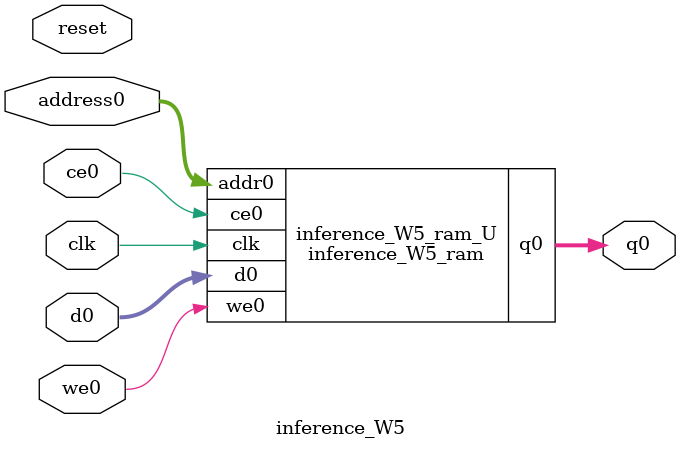
<source format=v>

`timescale 1 ns / 1 ps
module inference_W5_ram (addr0, ce0, d0, we0, q0,  clk);

parameter DWIDTH = 32;
parameter AWIDTH = 10;
parameter MEM_SIZE = 840;

input[AWIDTH-1:0] addr0;
input ce0;
input[DWIDTH-1:0] d0;
input we0;
output reg[DWIDTH-1:0] q0;
input clk;

(* ram_style = "block" *)reg [DWIDTH-1:0] ram[MEM_SIZE-1:0];




always @(posedge clk)  
begin 
    if (ce0) 
    begin
        if (we0) 
        begin 
            ram[addr0] <= d0; 
            q0 <= d0;
        end 
        else 
            q0 <= ram[addr0];
    end
end


endmodule


`timescale 1 ns / 1 ps
module inference_W5(
    reset,
    clk,
    address0,
    ce0,
    we0,
    d0,
    q0);

parameter DataWidth = 32'd32;
parameter AddressRange = 32'd840;
parameter AddressWidth = 32'd10;
input reset;
input clk;
input[AddressWidth - 1:0] address0;
input ce0;
input we0;
input[DataWidth - 1:0] d0;
output[DataWidth - 1:0] q0;



inference_W5_ram inference_W5_ram_U(
    .clk( clk ),
    .addr0( address0 ),
    .ce0( ce0 ),
    .d0( d0 ),
    .we0( we0 ),
    .q0( q0 ));

endmodule


</source>
